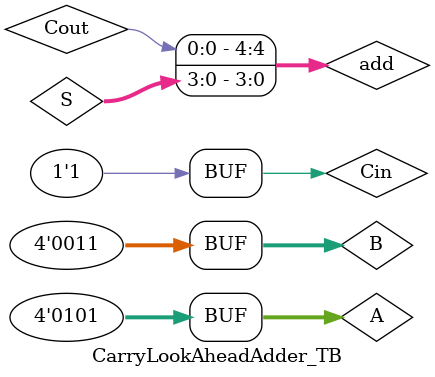
<source format=v>
module CarryLookAheadAdder(
 input [3:0]A, B,
 input Cin,
 output [3:0] S,
 output Cout
);
 wire [3:0] Ci;
 
 assign Ci[0] = Cin;
 assign Ci[1] = (A[0] & B[0]) | ((A[0]^B[0]) & Ci[0]);
 assign Ci[2] = (A[1] & B[1]) | ((A[1]^B[1]) & ((A[0] & B[0]) |
((A[0]^B[0]) & Ci[0])));
assign Ci[3] = (A[2] & B[2]) | ((A[2]^B[2]) & ((A[1] & B[1]) |
((A[1]^B[1]) & ((A[0] & B[0]) | ((A[0]^B[0]) & Ci[0])))));
assign Cout = (A[3] & B[3]) | ((A[3]^B[3]) & ((A[2] & B[2]) |
((A[2]^B[2]) & ((A[1] & B[1]) | ((A[1]^B[1]) & ((A[0] & B[0]) |
((A[0]^B[0]) & Ci[0])))))));
assign S = A^B^Ci;
endmodule

module CarryLookAheadAdder_TB;
 reg [3:0]A, B;
 reg Cin;
 wire [3:0] S;
 wire Cout;
 wire[4:0] add;
 CarryLookAheadAdder cla(A, B, Cin, S, Cout);

 assign add = {Cout, S};
 initial begin
 $monitor("A = %b: B = %b, Cin = %b --> S = %b, Cout = %b, Addition
= %0d", A, B, Cin, S, Cout, add);
 A = 1; B = 0; Cin = 0; #3;
 A = 2; B = 4; Cin = 1; #3;
 A = 4'hb; B = 4'h6; Cin = 0; #3;
 A = 5; B = 3; Cin = 1;
 end
endmodule

</source>
